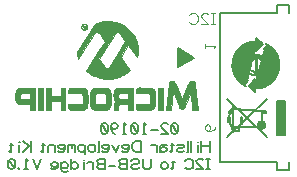
<source format=gbr>
G04 GENERATED BY PULSONIX 7.0 GERBER.DLL 4573*
%INI2C_TO_USB_BRIDGE_V1_0_2*%
%LNGERBER_SILKSCREEN_BOTTOM*%
%FSLAX33Y33*%
%IPPOS*%
%LPD*%
%OFA0B0*%
%MOMM*%
%ADD15C,0.125*%
%ADD17C,0.200*%
%ADD71C,0.127*%
%ADD345C,0.150*%
%ADD1845C,0.010*%
X0Y0D02*
D02*
D15*
X137769Y122228D02*
X137916Y122301D01*
X137990Y122448*
Y122595*
X137916Y122742*
X137769Y122816*
X137622Y122742*
X137549Y122595*
Y122448*
X137622Y122301*
X137769Y122228*
X137990*
X138210Y122301*
X138358Y122448*
X138431Y122595*
X137549Y129275D02*
X137549Y129569D01*
Y129422D02*
X138431Y129422D01*
X138284Y129275*
X138353Y131323D02*
X138059Y131323D01*
X138206D02*
X138206Y132205D01*
X138353D02*
X138059Y132205D01*
X137227Y131323D02*
X137816Y131323D01*
X137301Y131838*
X137227Y131985*
X137301Y132132*
X137448Y132205*
X137669*
X137816Y132132*
X136230Y131470D02*
X136304Y131397D01*
X136451Y131323*
X136672*
X136819Y131397*
X136892Y131470*
X136966Y131617*
Y131911*
X136892Y132058*
X136819Y132132*
X136672Y132205*
X136451*
X136304Y132132*
X136230Y132058*
D02*
D17*
X136653Y128428D02*
X135253Y129227D01*
Y127628*
X136653Y128428*
G36*
X135253Y129227*
Y127628*
X136653Y128428*
G37*
X139819Y122388D02*
G75*
G02X139999I90D01*
G01*
G75*
G02X139819I-90*
G01*
X144653Y119628D02*
Y118928D01*
X143653*
Y119628*
X138853*
Y132228*
X143653*
Y132928*
X144653*
Y132228*
D02*
D71*
X139451Y121702D02*
X142779Y124928D01*
X139451Y124953D02*
X142779Y121727D01*
X139502Y123455D02*
Y122997D01*
X139680*
Y123455*
X139502*
X139578Y123968D02*
Y123798D01*
X139909*
Y123968*
X139578*
X139604Y122997D02*
G75*
G03X139909Y122388I956J98D01*
G01*
X139629Y123785D02*
X139604Y123455D01*
X139680Y123988D02*
G75*
G02X139930Y124217I275J-49D01*
G01*
X139934*
X139959Y122540D02*
X142068Y122616D01*
X139959Y124344D02*
Y122194D01*
X140010Y124064D02*
X142398Y123948D01*
Y123074*
X140107Y122500D02*
Y122210D01*
X140467*
Y122500*
X140107*
X140721Y123455D02*
Y122794D01*
X140569*
Y123455*
X140721*
G36*
Y122794*
X140569*
Y123455*
X140721*
G37*
X141196Y126498D02*
G75*
G02X141904Y129300I647J1327D01*
G01*
Y128996*
X142463Y129580*
X141904Y130139*
Y129827*
G75*
G03X140993Y126022I-51J-1999*
G01*
X140863Y126126*
X141196Y126498*
G36*
G75*
G02X141904Y129300I647J1327*
G01*
Y128996*
X142463Y129580*
X141904Y130139*
Y129827*
G75*
G03X140993Y126022I-51J-1999*
G01*
X140863Y126126*
X141196Y126498*
G37*
X141955Y126931D02*
G75*
G02X142310Y127036I-69J885D01*
G01*
Y127040*
G75*
G03X142082Y128386I-391J626*
G01*
X141955*
Y126931*
X141828Y128386D02*
G75*
G03Y127218J-584D01*
G01*
Y128386*
X140997Y127802D02*
G36*
G75*
G03X141955Y126931I889J15D01*
G01*
Y127802*
X141828*
Y127218*
G75*
G02X141244Y127802J584*
G01*
X140997*
G37*
X141244D02*
G36*
G75*
G02X141828Y128386I584D01*
G01*
Y127802*
X141955*
Y128386*
X142082*
G75*
G02X142310Y127040I-163J-720*
G01*
Y127036*
G75*
G03X140997Y127802I-424J781*
G01*
X141244*
G37*
X142017Y122743D02*
G75*
G02X142677I330D01*
G01*
G75*
G02X142017I-330*
G01*
X142042D02*
G75*
G02X142652I305D01*
G01*
G75*
G02X142042I-305*
G01*
X142017D02*
G36*
G75*
G03X142677I330D01*
G01*
X142652*
G75*
G02X142042I-305*
G01*
X142017*
G37*
X142042D02*
G36*
G75*
G02X142652I305D01*
G01*
X142677*
G75*
G03X142017I-330*
G01*
X142042*
G37*
X142271D02*
G75*
G02X142423I76D01*
G01*
G75*
G02X142271I-76*
G01*
G36*
G75*
G02X142423I76*
G01*
G75*
G02X142271I-76*
G01*
G37*
X142398Y123894D02*
Y123734D01*
X142677*
Y123894*
X142398*
G36*
Y123734*
X142677*
Y123894*
X142398*
G37*
X142510Y129157D02*
G75*
G02X141802Y126355I-647J-1327D01*
G01*
Y126659*
X141244Y126075*
X141802Y125516*
Y125828*
G75*
G03X142713Y129633I51J1999*
G01*
X142844Y129529*
X142510Y129157*
G36*
G75*
G02X141802Y126355I-647J-1327*
G01*
Y126659*
X141244Y126075*
X141802Y125516*
Y125828*
G75*
G03X142713Y129633I51J1999*
G01*
X142844Y129529*
X142510Y129157*
G37*
X143668Y124750D02*
Y121905D01*
X144303*
Y124750*
X143668*
G36*
Y121905*
X144303*
Y124750*
X143668*
G37*
D02*
D345*
X135192Y122072D02*
X135045Y121998D01*
X134898*
X134751Y122072*
X134677Y122219*
Y122660*
X134751Y122807*
X134898Y122880*
X135045*
X135192Y122807*
X135266Y122660*
Y122219*
X135192Y122072*
X134751Y122807*
X133827Y121998D02*
X134416Y121998D01*
X133901Y122513*
X133827Y122660*
X133901Y122807*
X134048Y122880*
X134269*
X134416Y122807*
X133566Y122292D02*
X132977Y122292D01*
X132569Y121998D02*
X132274Y121998D01*
X132422D02*
X132422Y122880D01*
X132569Y122733*
X131792Y122072D02*
X131645Y121998D01*
X131498*
X131351Y122072*
X131277Y122219*
Y122660*
X131351Y122807*
X131498Y122880*
X131645*
X131792Y122807*
X131866Y122660*
Y122219*
X131792Y122072*
X131351Y122807*
X130869Y121998D02*
X130574Y121998D01*
X130722D02*
X130722Y122880D01*
X130869Y122733*
X129945Y121998D02*
X129798Y122072D01*
X129651Y122219*
X129577Y122439*
Y122660*
X129651Y122807*
X129798Y122880*
X129945*
X130092Y122807*
X130166Y122660*
X130092Y122513*
X129945Y122439*
X129798*
X129651Y122513*
X129577Y122660*
X129242Y122072D02*
X129095Y121998D01*
X128948*
X128801Y122072*
X128727Y122219*
Y122660*
X128801Y122807*
X128948Y122880*
X129095*
X129242Y122807*
X129316Y122660*
Y122219*
X129242Y122072*
X128801Y122807*
X137953Y120498D02*
X137953Y121380D01*
Y120939D02*
X137218Y120939D01*
Y120498D02*
X137218Y121380D01*
X136941Y120498D02*
X136941Y121086D01*
Y121307D02*
X136942Y121308D01*
X136330Y120498D02*
X136403Y120498D01*
Y121380*
X136017Y120498D02*
X136091Y120498D01*
Y121380*
X135778Y120572D02*
X135631Y120498D01*
X135337*
X135190Y120572*
Y120719*
X135337Y120792*
X135631*
X135778Y120866*
Y121013*
X135631Y121086*
X135337*
X135190Y121013*
X134928Y121086D02*
X134634Y121086D01*
X134781Y121233D02*
X134781Y120572D01*
X134708Y120498*
X134634*
X134560Y120572*
X134303Y121013D02*
X134156Y121086D01*
X133935*
X133788Y121013*
X133715Y120866*
Y120645*
X133788Y120572*
X133935Y120498*
X134083*
X134230Y120572*
X134303Y120645*
Y120719*
X134230Y120792*
X134083Y120866*
X133935*
X133788Y120792*
X133715Y120719*
Y120645D02*
X133715Y120498D01*
X133453D02*
X133453Y121086D01*
Y120866D02*
X133380Y121013D01*
X133233Y121086*
X133085*
X132938Y121013*
X132141Y120498D02*
X132141Y121380D01*
X131699*
X131552Y121307*
X131479Y121233*
X131405Y121086*
Y120792*
X131479Y120645*
X131552Y120572*
X131699Y120498*
X132141*
X130540Y120572D02*
X130613Y120498D01*
X130760*
X130908*
X131055Y120572*
X131128Y120719*
Y120939*
X131055Y121013*
X130908Y121086*
X130760*
X130613Y121013*
X130540Y120939*
Y120866*
X130613Y120792*
X130760Y120719*
X130908*
X131055Y120792*
X131128Y120866*
X130278Y121086D02*
X129984Y120498D01*
X129690Y121086*
X128840Y120572D02*
X128913Y120498D01*
X129060*
X129208*
X129355Y120572*
X129428Y120719*
Y120939*
X129355Y121013*
X129208Y121086*
X129060*
X128913Y121013*
X128840Y120939*
Y120866*
X128913Y120792*
X129060Y120719*
X129208*
X129355Y120792*
X129428Y120866*
X128505Y120498D02*
X128578Y120498D01*
Y121380*
X128266Y120719D02*
X128192Y120572D01*
X128045Y120498*
X127898*
X127751Y120572*
X127677Y120719*
Y120866*
X127751Y121013*
X127898Y121086*
X128045*
X128192Y121013*
X128266Y120866*
Y120719*
X127416Y121086D02*
X127416Y120278D01*
Y120719D02*
X127342Y120572D01*
X127195Y120498*
X127048*
X126901Y120572*
X126827Y120719*
Y120866*
X126901Y121013*
X127048Y121086*
X127195*
X127342Y121013*
X127416Y120866*
Y120719*
X126566Y120498D02*
X126566Y121086D01*
Y121013D02*
X126492Y121086D01*
X126345*
X126272Y121013*
Y120792*
Y121013D02*
X126198Y121086D01*
X126051*
X125977Y121013*
Y120498*
X125127Y120572D02*
X125201Y120498D01*
X125348*
X125495*
X125642Y120572*
X125716Y120719*
Y120939*
X125642Y121013*
X125495Y121086*
X125348*
X125201Y121013*
X125127Y120939*
Y120866*
X125201Y120792*
X125348Y120719*
X125495*
X125642Y120792*
X125716Y120866*
X124866Y120498D02*
X124866Y121086D01*
Y120866D02*
X124792Y121013D01*
X124645Y121086*
X124498*
X124351Y121013*
X124277Y120866*
Y120498*
X124016Y121086D02*
X123722Y121086D01*
X123869Y121233D02*
X123869Y120572D01*
X123795Y120498*
X123722*
X123648Y120572*
X122853Y120498D02*
X122853Y121380D01*
Y120939D02*
X122633Y120939D01*
X122118Y121380*
X122633Y120939D02*
X122118Y120498D01*
X121841D02*
X121841Y121086D01*
Y121307D02*
X121842Y121308D01*
X121303Y121086D02*
X121009Y121086D01*
X121156Y121233D02*
X121156Y120572D01*
X121083Y120498*
X121009*
X120935Y120572*
X137953Y118998D02*
X137659Y118998D01*
X137806D02*
X137806Y119880D01*
X137953D02*
X137659Y119880D01*
X136827Y118998D02*
X137416Y118998D01*
X136901Y119513*
X136827Y119660*
X136901Y119807*
X137048Y119880*
X137269*
X137416Y119807*
X135830Y119145D02*
X135904Y119072D01*
X136051Y118998*
X136272*
X136419Y119072*
X136492Y119145*
X136566Y119292*
Y119586*
X136492Y119733*
X136419Y119807*
X136272Y119880*
X136051*
X135904Y119807*
X135830Y119733*
X135016Y119586D02*
X134722Y119586D01*
X134869Y119733D02*
X134869Y119072D01*
X134795Y118998*
X134722*
X134648Y119072*
X134391Y119219D02*
X134317Y119072D01*
X134170Y118998*
X134023*
X133876Y119072*
X133802Y119219*
Y119366*
X133876Y119513*
X134023Y119586*
X134170*
X134317Y119513*
X134391Y119366*
Y119219*
X133003Y119880D02*
X133003Y119219D01*
X132930Y119072*
X132783Y118998*
X132488*
X132341Y119072*
X132268Y119219*
Y119880*
X131991Y119219D02*
X131917Y119072D01*
X131770Y118998*
X131476*
X131329Y119072*
X131255Y119219*
X131329Y119366*
X131476Y119439*
X131770*
X131917Y119513*
X131991Y119660*
X131917Y119807*
X131770Y119880*
X131476*
X131329Y119807*
X131255Y119660*
X130463Y119439D02*
X130316Y119366D01*
X130243Y119219*
X130316Y119072*
X130463Y118998*
X130978*
Y119880*
X130463*
X130316Y119807*
X130243Y119660*
X130316Y119513*
X130463Y119439*
X130978*
X129966Y119292D02*
X129377Y119292D01*
X128601Y119439D02*
X128454Y119366D01*
X128380Y119219*
X128454Y119072*
X128601Y118998*
X129116*
Y119880*
X128601*
X128454Y119807*
X128380Y119660*
X128454Y119513*
X128601Y119439*
X129116*
X128103Y118998D02*
X128103Y119586D01*
Y119366D02*
X128030Y119513D01*
X127883Y119586*
X127735*
X127588Y119513*
X127328Y118998D02*
X127328Y119586D01*
Y119807D02*
X127329Y119808D01*
X126202Y119366D02*
X126276Y119513D01*
X126423Y119586*
X126570*
X126717Y119513*
X126791Y119366*
Y119219*
X126717Y119072*
X126570Y118998*
X126423*
X126276Y119072*
X126202Y119219*
Y118998D02*
X126202Y119880D01*
X125352Y119366D02*
X125426Y119513D01*
X125573Y119586*
X125720*
X125867Y119513*
X125941Y119366*
Y119292*
X125867Y119145*
X125720Y119072*
X125573*
X125426Y119145*
X125352Y119292*
Y119586D02*
X125352Y118998D01*
X125426Y118851*
X125573Y118778*
X125794*
X125941Y118851*
X124502Y119072D02*
X124576Y118998D01*
X124723*
X124870*
X125017Y119072*
X125091Y119219*
Y119439*
X125017Y119513*
X124870Y119586*
X124723*
X124576Y119513*
X124502Y119439*
Y119366*
X124576Y119292*
X124723Y119219*
X124870*
X125017Y119292*
X125091Y119366*
X123703Y119880D02*
X123335Y118998D01*
X122968Y119880*
X122544Y118998D02*
X122249Y118998D01*
X122397D02*
X122397Y119880D01*
X122544Y119733*
X121767Y118998D02*
X121694Y119072D01*
X121767Y119145*
X121841Y119072*
X121767Y118998*
X121380Y119072D02*
X121233Y118998D01*
X121085*
X120938Y119072*
X120865Y119219*
Y119660*
X120938Y119807*
X121085Y119880*
X121233*
X121380Y119807*
X121453Y119660*
Y119219*
X121380Y119072*
X120938Y119807*
D02*
D1845*
X121482Y125102D02*
X121487Y124957D01*
X121502Y124837*
X121532Y124737*
X121572Y124652*
X121622Y124587*
X121682Y124537*
X121757Y124512*
X121842Y124502*
X122762*
Y124032*
X123147*
Y125897*
X121942*
X121827Y125887*
X121732Y125862*
X121652Y125812*
X121587Y125742*
X121562Y125702*
X121542Y125657*
X121522Y125602*
X121507Y125547*
X121487Y125417*
X121482Y125342*
Y125102*
X121882Y125117D02*
Y125237D01*
X121887Y125282*
X121892Y125322*
X121907Y125357*
X121922Y125382*
X121947Y125407*
X121972Y125422*
X122007Y125432*
X122762*
Y124967*
X122012*
X121952Y124977*
X121912Y125017*
X121902Y125042*
X121892Y125077*
X121882Y125117*
X121482Y125199D02*
G36*
Y125102D01*
X121487Y124957*
X121502Y124837*
X121532Y124737*
X121572Y124652*
X121622Y124587*
X121682Y124537*
X121757Y124512*
X121842Y124502*
X122762*
Y124032*
X123147*
Y125199*
X122762*
Y124967*
X122012*
X121952Y124977*
X121912Y125017*
X121902Y125042*
X121892Y125077*
X121882Y125117*
Y125199*
X121482*
G37*
X121882D02*
G36*
Y125237D01*
X121887Y125282*
X121892Y125322*
X121907Y125357*
X121922Y125382*
X121947Y125407*
X121972Y125422*
X122007Y125432*
X122762*
Y125199*
X123147*
Y125897*
X121942*
X121827Y125887*
X121732Y125862*
X121652Y125812*
X121587Y125742*
X121562Y125702*
X121542Y125657*
X121522Y125602*
X121507Y125547*
X121487Y125417*
X121482Y125342*
Y125199*
X121882*
G37*
X123402Y124032D02*
X123832D01*
Y125897*
X123402*
Y124032*
G36*
X123832*
Y125897*
X123402*
Y124032*
G37*
X124107D02*
X124502D01*
Y124737*
X125327*
Y124032*
X125712*
Y125897*
X125327*
Y125232*
X124502*
Y125897*
X124107*
Y124032*
G36*
X124502*
Y124737*
X125327*
Y124032*
X125712*
Y125897*
X125327*
Y125232*
X124502*
Y125897*
X124107*
Y124032*
G37*
X125942Y124487D02*
Y124422D01*
X125947Y124362*
X125952Y124307*
X125957Y124257*
X125962Y124217*
X125972Y124182*
X125987Y124152*
X125997Y124127*
X126017Y124102*
X126047Y124077*
X126082Y124052*
X126122Y124037*
X126167Y124022*
X126217Y124012*
X126277Y124007*
X127122*
X127192Y124017*
X127257Y124032*
X127317Y124052*
X127372Y124077*
X127417Y124107*
X127457Y124147*
X127492Y124187*
X127522Y124227*
X127562Y124327*
X127577Y124387*
X127592Y124452*
X127597Y124522*
X127607Y124682*
Y125242*
X127602Y125327*
X127597Y125402*
X127592Y125472*
X127577Y125537*
X127562Y125597*
X127522Y125697*
X127492Y125737*
X127457Y125782*
X127417Y125817*
X127372Y125847*
X127317Y125872*
X127257Y125892*
X127192Y125907*
X127122Y125917*
X126387*
X126302Y125912*
X126232Y125907*
X126172Y125897*
X126127Y125892*
X126092Y125882*
X126067Y125872*
X126042Y125847*
X126017Y125817*
X126002Y125772*
X125987Y125722*
X125977Y125662*
X125967Y125592*
X125962Y125512*
Y125422*
X126967Y125427*
X127037Y125422*
X127097Y125397*
X127137Y125362*
X127172Y125312*
X127187Y125267*
X127197Y125217*
X127202Y125147*
Y124762*
X127192Y124677*
X127177Y124612*
X127157Y124567*
X127127Y124532*
X127087Y124507*
X127037Y124492*
X126977Y124487*
X125942*
G36*
Y124422*
X125947Y124362*
X125952Y124307*
X125957Y124257*
X125962Y124217*
X125972Y124182*
X125987Y124152*
X125997Y124127*
X126017Y124102*
X126047Y124077*
X126082Y124052*
X126122Y124037*
X126167Y124022*
X126217Y124012*
X126277Y124007*
X127122*
X127192Y124017*
X127257Y124032*
X127317Y124052*
X127372Y124077*
X127417Y124107*
X127457Y124147*
X127492Y124187*
X127522Y124227*
X127562Y124327*
X127577Y124387*
X127592Y124452*
X127597Y124522*
X127607Y124682*
Y125242*
X127602Y125327*
X127597Y125402*
X127592Y125472*
X127577Y125537*
X127562Y125597*
X127522Y125697*
X127492Y125737*
X127457Y125782*
X127417Y125817*
X127372Y125847*
X127317Y125872*
X127257Y125892*
X127192Y125907*
X127122Y125917*
X126387*
X126302Y125912*
X126232Y125907*
X126172Y125897*
X126127Y125892*
X126092Y125882*
X126067Y125872*
X126042Y125847*
X126017Y125817*
X126002Y125772*
X125987Y125722*
X125977Y125662*
X125967Y125592*
X125962Y125512*
Y125422*
X126967Y125427*
X127037Y125422*
X127097Y125397*
X127137Y125362*
X127172Y125312*
X127187Y125267*
X127197Y125217*
X127202Y125147*
Y124762*
X127192Y124677*
X127177Y124612*
X127157Y124567*
X127127Y124532*
X127087Y124507*
X127037Y124492*
X126977Y124487*
X125942*
G37*
X126680Y128899D02*
X126690Y128810D01*
X126700Y128730*
X126715Y128665*
X126725Y128614*
X126740Y128565*
X126760Y128500*
X126785Y128420*
X126815Y128325*
X128150Y130425*
X128180Y130464*
X128210Y130500*
X128240Y130530*
X128270Y130554*
X128330Y130584*
X128365Y130589*
X128395Y130595*
X128455Y130580*
X128510Y130550*
X128565Y130505*
X128620Y130435*
X129060Y129815*
X127495Y127335*
X127695Y127175*
X127800Y127100*
X128010Y126970*
X128120Y126915*
X128230Y126865*
X128460Y126775*
X128580Y126740*
X128700Y126710*
X128820Y126690*
X128945Y126670*
X129070Y126655*
X129330Y126645*
X129465Y126650*
X129595Y126655*
X129725Y126675*
X129850Y126695*
X129975Y126720*
X130095Y126755*
X130215Y126795*
X130335Y126845*
X130450Y126895*
X130560Y126955*
X130670Y127020*
X130780Y127090*
X130885Y127170*
X130990Y127255*
X131090Y127345*
X131190Y127440*
X130510Y128375*
X130490Y128415*
X130475Y128455*
X130465Y128545*
X130475Y128575*
X130490Y128614*
X130515Y128660*
X130545Y128714*
X131045Y129500*
X131780Y128464*
X131820Y128625*
X131850Y128790*
X131865Y128964*
X131870Y129140*
X131860Y129380*
X131845Y129494*
X131825Y129610*
X131800Y129720*
X131770Y129830*
X131730Y129940*
X131690Y130045*
X131640Y130145*
X131590Y130250*
X131530Y130345*
X131465Y130445*
X131395Y130540*
X131320Y130630*
X131150Y130810*
X131050Y130899*
X130950Y130985*
X130850Y131060*
X130745Y131135*
X130635Y131200*
X130520Y131260*
X130410Y131315*
X130290Y131365*
X130170Y131410*
X130045Y131445*
X129920Y131475*
X129790Y131505*
X129660Y131525*
X129525Y131540*
X129245Y131550*
X129125Y131545*
X129000Y131535*
X128875Y131515*
X128745Y131490*
X128615Y131455*
X128480Y131415*
X128345Y131365*
X128210Y131310*
X126680Y128899*
X128584Y128349D02*
X129904Y130434D01*
X129929Y130474*
X129959Y130509*
X129984Y130539*
X130044Y130578*
X130079Y130594*
X130109Y130599*
X130144Y130604*
X130199Y130594*
X130259Y130564*
X130314Y130514*
X130374Y130444*
X130814Y129824*
X129484Y127739*
X129454Y127694*
X129424Y127654*
X129399Y127619*
X129374Y127594*
X129349Y127574*
X129324Y127559*
X129299Y127549*
X129279Y127544*
X129209Y127554*
X129149Y127579*
X129094Y127624*
X129044Y127684*
X128584Y128349*
X128592Y129074D02*
G36*
X127495Y127335D01*
X127695Y127175*
X127800Y127100*
X128010Y126970*
X128120Y126915*
X128230Y126865*
X128460Y126775*
X128580Y126740*
X128700Y126710*
X128820Y126690*
X128945Y126670*
X129070Y126655*
X129330Y126645*
X129465Y126650*
X129595Y126655*
X129725Y126675*
X129850Y126695*
X129975Y126720*
X130095Y126755*
X130215Y126795*
X130335Y126845*
X130450Y126895*
X130560Y126955*
X130670Y127020*
X130780Y127090*
X130885Y127170*
X130990Y127255*
X131090Y127345*
X131190Y127440*
X130510Y128375*
X130490Y128415*
X130475Y128455*
X130465Y128545*
X130475Y128575*
X130490Y128614*
X130515Y128660*
X130545Y128714*
X130774Y129074*
X130336*
X129484Y127739*
X129454Y127694*
X129424Y127654*
X129399Y127619*
X129374Y127594*
X129349Y127574*
X129324Y127559*
X129299Y127549*
X129279Y127544*
X129209Y127554*
X129149Y127579*
X129094Y127624*
X129044Y127684*
X128584Y128349*
X129043Y129074*
X128592*
G37*
X129043D02*
G36*
X129904Y130434D01*
X129929Y130474*
X129959Y130509*
X129984Y130539*
X130044Y130578*
X130079Y130594*
X130109Y130599*
X130144Y130604*
X130199Y130594*
X130259Y130564*
X130314Y130514*
X130374Y130444*
X130814Y129824*
X130336Y129074*
X130774*
X131045Y129500*
X131780Y128464*
X131820Y128625*
X131850Y128790*
X131865Y128964*
X131870Y129140*
X131860Y129380*
X131845Y129494*
X131825Y129610*
X131800Y129720*
X131770Y129830*
X131730Y129940*
X131690Y130045*
X131640Y130145*
X131590Y130250*
X131530Y130345*
X131465Y130445*
X131395Y130540*
X131320Y130630*
X131150Y130810*
X131050Y130899*
X130950Y130985*
X130850Y131060*
X130745Y131135*
X130635Y131200*
X130520Y131260*
X130410Y131315*
X130290Y131365*
X130170Y131410*
X130045Y131445*
X129920Y131475*
X129790Y131505*
X129660Y131525*
X129525Y131540*
X129245Y131550*
X129125Y131545*
X129000Y131535*
X128875Y131515*
X128745Y131490*
X128615Y131455*
X128480Y131415*
X128345Y131365*
X128210Y131310*
X126680Y128899*
X126690Y128810*
X126700Y128730*
X126715Y128665*
X126725Y128614*
X126740Y128565*
X126760Y128500*
X126785Y128420*
X126815Y128325*
X128150Y130425*
X128180Y130464*
X128210Y130500*
X128240Y130530*
X128270Y130554*
X128330Y130584*
X128365Y130589*
X128395Y130595*
X128455Y130580*
X128510Y130550*
X128565Y130505*
X128620Y130435*
X129060Y129815*
X128592Y129074*
X129043*
G37*
X127230Y130855D02*
X127320Y130994D01*
X127280Y131005*
X127255Y131020*
X127240Y131050*
X127235Y131085*
X127240Y131120*
X127260Y131150*
X127295Y131165*
X127345Y131170*
X127470*
Y130855*
X127425*
Y130989*
X127365*
X127285Y130855*
X127230*
X127290Y131085D02*
X127295Y131065D01*
X127310Y131050*
X127330Y131035*
X127365Y131030*
X127425*
Y131135*
X127355*
X127325Y131130*
X127305Y131120*
X127290Y131105*
Y131085*
X127235Y131082D02*
G36*
X127240Y131050D01*
X127255Y131020*
X127280Y131005*
X127320Y130994*
X127230Y130855*
X127285*
X127365Y130989*
X127425*
Y130855*
X127470*
Y131082*
X127425*
Y131030*
X127365*
X127330Y131035*
X127310Y131050*
X127295Y131065*
X127291Y131082*
X127235*
G37*
X127291D02*
G36*
X127290Y131085D01*
Y131105*
X127305Y131120*
X127325Y131130*
X127355Y131135*
X127425*
Y131082*
X127470*
Y131170*
X127345*
X127295Y131165*
X127260Y131150*
X127240Y131120*
X127235Y131085*
X127235Y131082*
X127291*
G37*
X127361Y131293D02*
G75*
G02Y130726J-283D01*
G01*
G75*
G02Y131293J284*
G01*
X127362Y131246D02*
G75*
G02Y130774J-236D01*
G01*
G75*
G02Y131246J236*
G01*
X127078Y131010D02*
G36*
G75*
G03X127361Y130726I283D01*
G01*
G75*
G03X127644Y131010J284*
G01*
X127598*
G75*
G02X127362Y130774I-236*
G01*
G75*
G02X127126Y131010J236*
G01*
X127078*
G37*
X127126D02*
G36*
G75*
G02X127362Y131246I236D01*
G01*
G75*
G02X127598Y131010J-236*
G01*
X127644*
G75*
G03X127361Y131293I-283*
G01*
G75*
G03X127078Y131010J-283*
G01*
X127126*
G37*
X127817Y125327D02*
Y124597D01*
X127827Y124512*
X127837Y124432*
X127852Y124362*
X127877Y124297*
X127902Y124237*
X127932Y124187*
X127962Y124142*
X128037Y124087*
X128132Y124042*
X128242Y124017*
X128377Y124012*
X129082*
X129152Y124022*
X129217Y124037*
X129277Y124057*
X129332Y124082*
X129382Y124112*
X129422Y124152*
X129457Y124192*
X129482Y124232*
X129522Y124332*
X129537Y124392*
X129547Y124457*
X129557Y124527*
X129562Y124607*
Y125352*
X129552Y125452*
X129532Y125542*
X129512Y125622*
X129482Y125692*
X129447Y125752*
X129402Y125802*
X129352Y125842*
X129287Y125872*
X129207Y125897*
X129112Y125912*
X129002Y125917*
X128302*
X128227Y125907*
X128162Y125892*
X128107Y125872*
X128052Y125847*
X128007Y125817*
X127967Y125782*
X127932Y125737*
X127902Y125697*
X127862Y125597*
X127847Y125537*
X127832Y125472*
X127822Y125402*
X127817Y125327*
X128217Y124861D02*
Y125066D01*
X128222Y125161*
X128232Y125241*
X128252Y125306*
X128277Y125356*
X128312Y125391*
X128352Y125416*
X128407Y125431*
X128467Y125436*
X128922*
X128992Y125431*
X129052Y125406*
X129097Y125371*
X129132Y125321*
X129147Y125276*
X129157Y125216*
X129162Y125146*
X129167Y125066*
Y124806*
X129162Y124751*
X129157Y124701*
X129152Y124661*
X129142Y124621*
X129132Y124591*
X129117Y124566*
X129102Y124546*
X129072Y124521*
X129037Y124506*
X128992Y124496*
X128942Y124491*
X128442*
X128372Y124496*
X128317Y124521*
X128272Y124561*
X128242Y124611*
X128232Y124651*
X128227Y124706*
X128222Y124776*
X128217Y124861*
X127817Y124963D02*
G36*
Y124597D01*
X127827Y124512*
X127837Y124432*
X127852Y124362*
X127877Y124297*
X127902Y124237*
X127932Y124187*
X127962Y124142*
X128037Y124087*
X128132Y124042*
X128242Y124017*
X128377Y124012*
X129082*
X129152Y124022*
X129217Y124037*
X129277Y124057*
X129332Y124082*
X129382Y124112*
X129422Y124152*
X129457Y124192*
X129482Y124232*
X129522Y124332*
X129537Y124392*
X129547Y124457*
X129557Y124527*
X129562Y124607*
Y124963*
X129167*
Y124806*
X129162Y124751*
X129157Y124701*
X129152Y124661*
X129142Y124621*
X129132Y124591*
X129117Y124566*
X129102Y124546*
X129072Y124521*
X129037Y124506*
X128992Y124496*
X128942Y124491*
X128442*
X128372Y124496*
X128317Y124521*
X128272Y124561*
X128242Y124611*
X128232Y124651*
X128227Y124706*
X128222Y124776*
X128217Y124861*
Y124963*
X127817*
G37*
X128217D02*
G36*
Y125066D01*
X128222Y125161*
X128232Y125241*
X128252Y125306*
X128277Y125356*
X128312Y125391*
X128352Y125416*
X128407Y125431*
X128467Y125436*
X128922*
X128992Y125431*
X129052Y125406*
X129097Y125371*
X129132Y125321*
X129147Y125276*
X129157Y125216*
X129162Y125146*
X129167Y125066*
Y124963*
X129562*
Y125352*
X129552Y125452*
X129532Y125542*
X129512Y125622*
X129482Y125692*
X129447Y125752*
X129402Y125802*
X129352Y125842*
X129287Y125872*
X129207Y125897*
X129112Y125912*
X129002Y125917*
X128302*
X128227Y125907*
X128162Y125892*
X128107Y125872*
X128052Y125847*
X128007Y125817*
X127967Y125782*
X127932Y125737*
X127902Y125697*
X127862Y125597*
X127847Y125537*
X127832Y125472*
X127822Y125402*
X127817Y125327*
Y124963*
X128217*
G37*
X129797Y125227D02*
X129802Y125137D01*
X129807Y125057*
X129822Y124987*
X129837Y124932*
X129867Y124877*
X129907Y124832*
X129957Y124792*
X130022Y124767*
Y124762*
X129967Y124742*
X129927Y124712*
X129887Y124677*
X129857Y124627*
X129832Y124572*
X129817Y124507*
X129807Y124432*
X129802Y124347*
Y124032*
X130197*
Y124317*
X130202Y124362*
X130207Y124402*
X130217Y124432*
X130237Y124467*
X130267Y124497*
X130307Y124512*
X130357Y124517*
X131042*
Y124032*
X131432*
Y125897*
X130182*
X130092Y125892*
X130012Y125867*
X129947Y125827*
X129892Y125772*
X129872Y125737*
X129852Y125697*
X129837Y125652*
X129822Y125602*
X129812Y125547*
X129802Y125417*
X129797Y125347*
Y125227*
X130182Y125127D02*
Y125237D01*
X130187Y125297*
X130197Y125347*
X130212Y125382*
X130237Y125407*
X130257Y125417*
X130282Y125427*
X130317Y125432*
X131042*
Y124982*
X130292*
X130262Y124992*
X130237Y125007*
X130217Y125022*
X130202Y125047*
X130192Y125082*
X130182Y125127*
X129798Y125207D02*
G36*
X129802Y125137D01*
X129807Y125057*
X129822Y124987*
X129837Y124932*
X129867Y124877*
X129907Y124832*
X129957Y124792*
X130022Y124767*
Y124762*
X129967Y124742*
X129927Y124712*
X129887Y124677*
X129857Y124627*
X129832Y124572*
X129817Y124507*
X129807Y124432*
X129802Y124347*
Y124032*
X130197*
Y124317*
X130202Y124362*
X130207Y124402*
X130217Y124432*
X130237Y124467*
X130267Y124497*
X130307Y124512*
X130357Y124517*
X131042*
Y124032*
X131432*
Y125207*
X131042*
Y124982*
X130292*
X130262Y124992*
X130237Y125007*
X130217Y125022*
X130202Y125047*
X130192Y125082*
X130182Y125127*
Y125207*
X129798*
G37*
X130182D02*
G36*
Y125237D01*
X130187Y125297*
X130197Y125347*
X130212Y125382*
X130237Y125407*
X130257Y125417*
X130282Y125427*
X130317Y125432*
X131042*
Y125207*
X131432*
Y125897*
X130182*
X130092Y125892*
X130012Y125867*
X129947Y125827*
X129892Y125772*
X129872Y125737*
X129852Y125697*
X129837Y125652*
X129822Y125602*
X129812Y125547*
X129802Y125417*
X129797Y125347*
Y125227*
X129798Y125207*
X130182*
G37*
X130182Y125127D02*
Y125237D01*
X130187Y125297*
X130197Y125347*
X130212Y125382*
X130237Y125407*
X130257Y125417*
X130282Y125427*
X130317Y125432*
X131042*
Y124982*
X130292*
X130262Y124992*
X130237Y125007*
X130217Y125022*
X130202Y125047*
X130192Y125082*
X130182Y125127*
X131667Y124492D02*
Y124422D01*
X131672Y124362*
X131677Y124307*
X131682Y124257*
X131687Y124217*
X131697Y124182*
X131707Y124152*
X131722Y124127*
X131742Y124102*
X131772Y124077*
X131802Y124057*
X131842Y124042*
X131887Y124027*
X131937Y124017*
X131997Y124012*
X132767*
X132892Y124017*
X132997Y124037*
X133082Y124072*
X133152Y124117*
X133192Y124162*
X133227Y124212*
X133257Y124272*
X133282Y124337*
X133302Y124412*
X133317Y124497*
X133322Y124587*
X133327Y124687*
Y125242*
X133322Y125332*
X133317Y125417*
X133307Y125497*
X133292Y125567*
X133272Y125627*
X133252Y125682*
X133222Y125732*
X133192Y125772*
X133157Y125807*
X133117Y125837*
X133072Y125862*
X133022Y125882*
X132962Y125897*
X132902Y125907*
X132837Y125917*
X132077*
X132027Y125922*
X131952*
X131902Y125912*
X131857Y125902*
X131817Y125882*
X131782Y125862*
X131752Y125837*
X131732Y125807*
X131712Y125772*
X131702Y125732*
X131692Y125677*
X131687Y125607*
X131682Y125527*
Y125427*
X132687*
X132762Y125422*
X132817Y125402*
X132862Y125367*
X132892Y125317*
X132907Y125272*
X132917Y125217*
X132922Y125147*
Y124802*
X132917Y124742*
X132912Y124692*
X132907Y124647*
X132897Y124612*
X132882Y124582*
X132867Y124557*
X132852Y124537*
X132822Y124517*
X132787Y124502*
X132747Y124492*
X131667*
G36*
Y124422*
X131672Y124362*
X131677Y124307*
X131682Y124257*
X131687Y124217*
X131697Y124182*
X131707Y124152*
X131722Y124127*
X131742Y124102*
X131772Y124077*
X131802Y124057*
X131842Y124042*
X131887Y124027*
X131937Y124017*
X131997Y124012*
X132767*
X132892Y124017*
X132997Y124037*
X133082Y124072*
X133152Y124117*
X133192Y124162*
X133227Y124212*
X133257Y124272*
X133282Y124337*
X133302Y124412*
X133317Y124497*
X133322Y124587*
X133327Y124687*
Y125242*
X133322Y125332*
X133317Y125417*
X133307Y125497*
X133292Y125567*
X133272Y125627*
X133252Y125682*
X133222Y125732*
X133192Y125772*
X133157Y125807*
X133117Y125837*
X133072Y125862*
X133022Y125882*
X132962Y125897*
X132902Y125907*
X132837Y125917*
X132077*
X132027Y125922*
X131952*
X131902Y125912*
X131857Y125902*
X131817Y125882*
X131782Y125862*
X131752Y125837*
X131732Y125807*
X131712Y125772*
X131702Y125732*
X131692Y125677*
X131687Y125607*
X131682Y125527*
Y125427*
X132687*
X132762Y125422*
X132817Y125402*
X132862Y125367*
X132892Y125317*
X132907Y125272*
X132917Y125217*
X132922Y125147*
Y124802*
X132917Y124742*
X132912Y124692*
X132907Y124647*
X132897Y124612*
X132882Y124582*
X132867Y124557*
X132852Y124537*
X132822Y124517*
X132787Y124502*
X132747Y124492*
X131667*
G37*
X133567Y124032D02*
X133992D01*
Y125897*
X133567*
Y124032*
G36*
X133992*
Y125897*
X133567*
Y124032*
G37*
X134237D02*
X134692D01*
X134822Y125602*
X134827*
X135307Y124347*
X135332Y124297*
X135357Y124257*
X135387Y124217*
X135422Y124187*
X135457Y124162*
X135497Y124147*
X135542Y124137*
X135592Y124132*
X135642Y124137*
X135687Y124147*
X135727Y124162*
X135762Y124187*
X135797Y124217*
X135827Y124257*
X135852Y124297*
X135877Y124347*
X136347Y125582*
X136352*
X136487Y124032*
X136952*
X136717Y126237*
X136707Y126287*
X136687Y126332*
X136662Y126377*
X136632Y126417*
X136592Y126457*
X136552Y126482*
X136507Y126497*
X136462Y126502*
X136402Y126497*
X136352Y126487*
X136302Y126467*
X136257Y126442*
X136217Y126407*
X136182Y126362*
X136152Y126317*
X136127Y126257*
X135592Y124917*
X135587*
X135057Y126257*
X135032Y126317*
X134962Y126407*
X134922Y126442*
X134882Y126467*
X134832Y126487*
X134782Y126497*
X134722Y126502*
X134677Y126497*
X134632Y126482*
X134592Y126452*
X134552Y126417*
X134522Y126372*
X134497Y126322*
X134477Y126272*
X134467Y126212*
X134237Y124032*
G36*
X134692*
X134822Y125602*
X134827*
X135307Y124347*
X135332Y124297*
X135357Y124257*
X135387Y124217*
X135422Y124187*
X135457Y124162*
X135497Y124147*
X135542Y124137*
X135592Y124132*
X135642Y124137*
X135687Y124147*
X135727Y124162*
X135762Y124187*
X135797Y124217*
X135827Y124257*
X135852Y124297*
X135877Y124347*
X136347Y125582*
X136352*
X136487Y124032*
X136952*
X136717Y126237*
X136707Y126287*
X136687Y126332*
X136662Y126377*
X136632Y126417*
X136592Y126457*
X136552Y126482*
X136507Y126497*
X136462Y126502*
X136402Y126497*
X136352Y126487*
X136302Y126467*
X136257Y126442*
X136217Y126407*
X136182Y126362*
X136152Y126317*
X136127Y126257*
X135592Y124917*
X135587*
X135057Y126257*
X135032Y126317*
X134962Y126407*
X134922Y126442*
X134882Y126467*
X134832Y126487*
X134782Y126497*
X134722Y126502*
X134677Y126497*
X134632Y126482*
X134592Y126452*
X134552Y126417*
X134522Y126372*
X134497Y126322*
X134477Y126272*
X134467Y126212*
X134237Y124032*
G37*
X0Y0D02*
M02*

</source>
